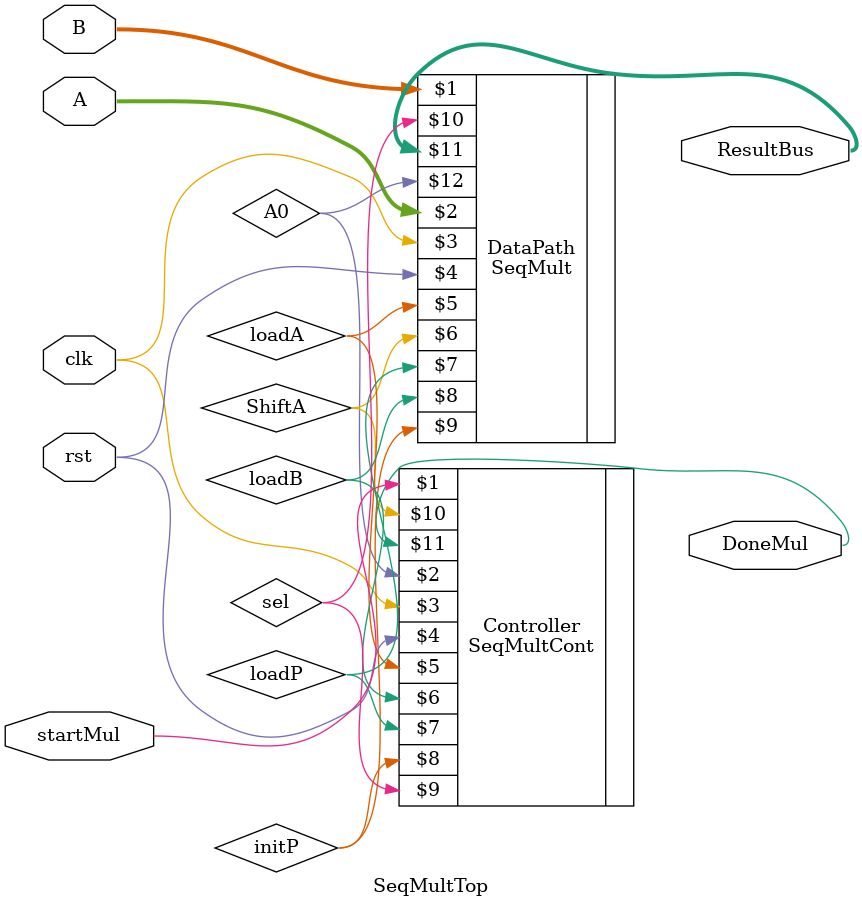
<source format=v>
`timescale 1ns/1ns
module SeqMultTop(input clk, rst, startMul, input [23:0] A, input [23:0] B, output [47:0] ResultBus, output DoneMul);
	wire A0, loadA, loadB, loadP, initP, ShiftA, sel;

	SeqMult DataPath(B, A, clk, rst, loadA, ShiftA, loadP, loadB, initP, sel, ResultBus, A0);
	SeqMultCont Controller(startMul, A0, clk, rst, loadA, loadB, loadP, initP, sel, ShiftA, DoneMul);

endmodule
</source>
